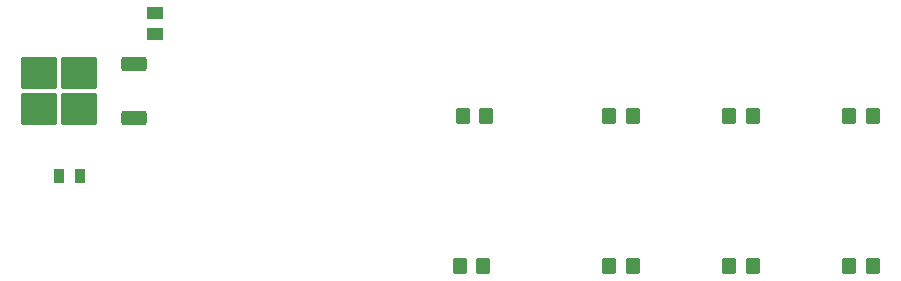
<source format=gbr>
%TF.GenerationSoftware,KiCad,Pcbnew,(7.0.0)*%
%TF.CreationDate,2023-03-13T14:58:07-04:00*%
%TF.ProjectId,warmingTray_v2,7761726d-696e-4675-9472-61795f76322e,rev?*%
%TF.SameCoordinates,Original*%
%TF.FileFunction,Paste,Top*%
%TF.FilePolarity,Positive*%
%FSLAX46Y46*%
G04 Gerber Fmt 4.6, Leading zero omitted, Abs format (unit mm)*
G04 Created by KiCad (PCBNEW (7.0.0)) date 2023-03-13 14:58:07*
%MOMM*%
%LPD*%
G01*
G04 APERTURE LIST*
G04 Aperture macros list*
%AMRoundRect*
0 Rectangle with rounded corners*
0 $1 Rounding radius*
0 $2 $3 $4 $5 $6 $7 $8 $9 X,Y pos of 4 corners*
0 Add a 4 corners polygon primitive as box body*
4,1,4,$2,$3,$4,$5,$6,$7,$8,$9,$2,$3,0*
0 Add four circle primitives for the rounded corners*
1,1,$1+$1,$2,$3*
1,1,$1+$1,$4,$5*
1,1,$1+$1,$6,$7*
1,1,$1+$1,$8,$9*
0 Add four rect primitives between the rounded corners*
20,1,$1+$1,$2,$3,$4,$5,0*
20,1,$1+$1,$4,$5,$6,$7,0*
20,1,$1+$1,$6,$7,$8,$9,0*
20,1,$1+$1,$8,$9,$2,$3,0*%
G04 Aperture macros list end*
%ADD10RoundRect,0.250000X0.350000X0.450000X-0.350000X0.450000X-0.350000X-0.450000X0.350000X-0.450000X0*%
%ADD11RoundRect,0.250000X0.850000X0.350000X-0.850000X0.350000X-0.850000X-0.350000X0.850000X-0.350000X0*%
%ADD12RoundRect,0.250000X1.275000X1.125000X-1.275000X1.125000X-1.275000X-1.125000X1.275000X-1.125000X0*%
%ADD13R,1.346200X1.066800*%
%ADD14R,0.855600X1.250000*%
G04 APERTURE END LIST*
D10*
%TO.C,R5*%
X151876000Y-111760000D03*
X149876000Y-111760000D03*
%TD*%
D11*
%TO.C,5VReg1*%
X122275000Y-99195000D03*
D12*
X117650000Y-98440000D03*
X117650000Y-95390000D03*
X114300000Y-98440000D03*
X114300000Y-95390000D03*
D11*
X122275000Y-94635000D03*
%TD*%
D10*
%TO.C,R4*%
X184880000Y-99060000D03*
X182880000Y-99060000D03*
%TD*%
%TO.C,R1*%
X152130000Y-99060000D03*
X150130000Y-99060000D03*
%TD*%
D13*
%TO.C,C2*%
X124106399Y-90339099D03*
X124106399Y-92142499D03*
%TD*%
D10*
%TO.C,R3*%
X174720000Y-99060000D03*
X172720000Y-99060000D03*
%TD*%
%TO.C,R2*%
X164560000Y-99060000D03*
X162560000Y-99060000D03*
%TD*%
%TO.C,R7*%
X174720000Y-111760000D03*
X172720000Y-111760000D03*
%TD*%
%TO.C,R8*%
X184880000Y-111760000D03*
X182880000Y-111760000D03*
%TD*%
D14*
%TO.C,C1*%
X117767799Y-104139999D03*
X115912199Y-104139999D03*
%TD*%
D10*
%TO.C,R6*%
X164560000Y-111760000D03*
X162560000Y-111760000D03*
%TD*%
M02*

</source>
